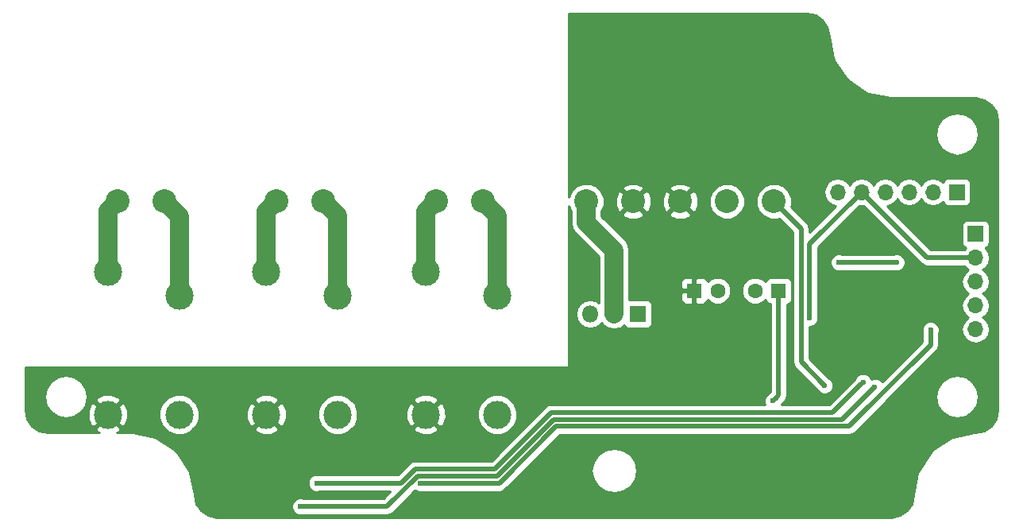
<source format=gbl>
G04 #@! TF.FileFunction,Copper,L2,Bot,Signal*
%FSLAX46Y46*%
G04 Gerber Fmt 4.6, Leading zero omitted, Abs format (unit mm)*
G04 Created by KiCad (PCBNEW 4.0.7-e2-6376~58~ubuntu16.04.1) date Mon Nov  6 20:09:01 2017*
%MOMM*%
%LPD*%
G01*
G04 APERTURE LIST*
%ADD10C,0.100000*%
%ADD11R,1.600000X1.600000*%
%ADD12C,1.600000*%
%ADD13R,1.700000X1.700000*%
%ADD14O,1.700000X1.700000*%
%ADD15C,3.000000*%
%ADD16R,1.800000X1.800000*%
%ADD17O,1.800000X1.800000*%
%ADD18C,2.540000*%
%ADD19C,0.600000*%
%ADD20C,0.500000*%
%ADD21C,2.000000*%
%ADD22C,0.254000*%
G04 APERTURE END LIST*
D10*
D11*
X159500000Y-84000000D03*
D12*
X162000000Y-84000000D03*
D11*
X168500000Y-84000000D03*
D12*
X166000000Y-84000000D03*
D13*
X189500000Y-77960000D03*
D14*
X189500000Y-80500000D03*
X189500000Y-83040000D03*
X189500000Y-85580000D03*
X189500000Y-88120000D03*
D13*
X187500000Y-73500000D03*
D14*
X184960000Y-73500000D03*
X182420000Y-73500000D03*
X179880000Y-73500000D03*
X177340000Y-73500000D03*
X174800000Y-73500000D03*
D15*
X121500000Y-97200000D03*
X121500000Y-84500000D03*
X113900000Y-82000000D03*
X113900000Y-97200000D03*
X104600000Y-97200000D03*
X104600000Y-84500000D03*
X97000000Y-82000000D03*
X97000000Y-97200000D03*
X138500000Y-97200000D03*
X138500000Y-84500000D03*
X130900000Y-82000000D03*
X130900000Y-97200000D03*
D16*
X153500000Y-86500000D03*
D17*
X150960000Y-86500000D03*
X148420000Y-86500000D03*
D18*
X167999980Y-74500000D03*
X163001260Y-74500000D03*
X158000000Y-74500000D03*
X152998720Y-74500000D03*
X148000000Y-74500000D03*
X119998720Y-74500000D03*
X115000000Y-74500000D03*
X103000000Y-74500000D03*
X98001280Y-74500000D03*
X136998720Y-74500000D03*
X132000000Y-74500000D03*
D19*
X167900000Y-95749990D03*
X181100000Y-81000000D03*
X174900000Y-81000000D03*
X171800000Y-86900000D03*
X158000000Y-95750000D03*
X119250000Y-104500000D03*
X177500000Y-93750000D03*
X117500000Y-107000000D03*
X178750000Y-94250000D03*
X130280333Y-104530343D03*
X184700000Y-88200000D03*
X173400000Y-94100000D03*
D20*
X168500000Y-84000000D02*
X168500000Y-95149990D01*
X168199999Y-95449991D02*
X167900000Y-95749990D01*
X168500000Y-95149990D02*
X168199999Y-95449991D01*
X174900000Y-81000000D02*
X181100000Y-81000000D01*
X177340000Y-73500000D02*
X184000000Y-80160000D01*
X189500000Y-80500000D02*
X184340000Y-80500000D01*
X184340000Y-80500000D02*
X184000000Y-80160000D01*
X177340000Y-73500000D02*
X171800000Y-79040000D01*
X171800000Y-79040000D02*
X171800000Y-86900000D01*
X159500000Y-84000000D02*
X159500000Y-94250000D01*
X159500000Y-94250000D02*
X158000000Y-95750000D01*
D21*
X121500000Y-84500000D02*
X121500000Y-76001280D01*
X121500000Y-76001280D02*
X119998720Y-74500000D01*
X113900000Y-82000000D02*
X113900000Y-75600000D01*
X113900000Y-75600000D02*
X115000000Y-74500000D01*
X104600000Y-84500000D02*
X104600000Y-76100000D01*
X104600000Y-76100000D02*
X103000000Y-74500000D01*
X97000000Y-82000000D02*
X97000000Y-75501280D01*
X97000000Y-75501280D02*
X98001280Y-74500000D01*
X138500000Y-84500000D02*
X138500000Y-76001280D01*
X138500000Y-76001280D02*
X136998720Y-74500000D01*
X130900000Y-82000000D02*
X130900000Y-75600000D01*
X130900000Y-75600000D02*
X132000000Y-74500000D01*
X148000000Y-76750000D02*
X148000000Y-74500000D01*
X150960000Y-79710000D02*
X148000000Y-76750000D01*
X150960000Y-86500000D02*
X150960000Y-79710000D01*
D20*
X129750000Y-103000000D02*
X128250000Y-104500000D01*
X128250000Y-104500000D02*
X119250000Y-104500000D01*
X138250000Y-103000000D02*
X129750000Y-103000000D01*
X144250000Y-97000000D02*
X138250000Y-103000000D01*
X174250000Y-97000000D02*
X144250000Y-97000000D01*
X177200001Y-94049999D02*
X174250000Y-97000000D01*
X177500000Y-93750000D02*
X177200001Y-94049999D01*
X130000000Y-103750000D02*
X126750000Y-107000000D01*
X126750000Y-107000000D02*
X117500000Y-107000000D01*
X138500000Y-103750000D02*
X130000000Y-103750000D01*
X144500000Y-97750000D02*
X138500000Y-103750000D01*
X175250000Y-97750000D02*
X144500000Y-97750000D01*
X178750000Y-94250000D02*
X175250000Y-97750000D01*
X144799989Y-98450011D02*
X138719657Y-104530343D01*
X176039954Y-98450011D02*
X144799989Y-98450011D01*
X184700000Y-88200000D02*
X184700000Y-89789965D01*
X130704597Y-104530343D02*
X130280333Y-104530343D01*
X184700000Y-89789965D02*
X176039954Y-98450011D01*
X138719657Y-104530343D02*
X130704597Y-104530343D01*
X170900000Y-91600000D02*
X173400000Y-94100000D01*
X170900000Y-77400020D02*
X170900000Y-91600000D01*
X167999980Y-74500000D02*
X170900000Y-77400020D01*
D22*
G36*
X172421877Y-54687217D02*
X173168563Y-55186137D01*
X173667483Y-55932825D01*
X173869262Y-56947237D01*
X174325985Y-59243338D01*
X174368352Y-59345619D01*
X174428266Y-59490267D01*
X175728903Y-61436807D01*
X175823398Y-61531302D01*
X175917893Y-61625798D01*
X177864434Y-62926434D01*
X178039039Y-62998757D01*
X178111362Y-63028715D01*
X180407463Y-63485438D01*
X180474930Y-63485438D01*
X180541100Y-63498600D01*
X189473633Y-63498600D01*
X190421877Y-63687217D01*
X191168563Y-64186137D01*
X191667483Y-64932825D01*
X191856100Y-65881067D01*
X191856100Y-96746133D01*
X191667483Y-97694375D01*
X191168563Y-98441063D01*
X190421877Y-98939983D01*
X189407463Y-99141762D01*
X187111362Y-99598485D01*
X187039039Y-99628443D01*
X186864434Y-99700766D01*
X184917893Y-101001402D01*
X184823398Y-101095898D01*
X184728903Y-101190393D01*
X183428266Y-103136933D01*
X183368352Y-103281581D01*
X183325985Y-103383862D01*
X182869262Y-105679963D01*
X182667483Y-106694375D01*
X182168563Y-107441063D01*
X181421877Y-107939983D01*
X180473633Y-108128600D01*
X108608567Y-108128600D01*
X107660325Y-107939983D01*
X106913637Y-107441063D01*
X106742653Y-107185167D01*
X116564838Y-107185167D01*
X116706883Y-107528943D01*
X116969673Y-107792192D01*
X117313201Y-107934838D01*
X117685167Y-107935162D01*
X117806569Y-107885000D01*
X126749995Y-107885000D01*
X126750000Y-107885001D01*
X127032484Y-107828810D01*
X127088675Y-107817633D01*
X127375790Y-107625790D01*
X129714556Y-105287023D01*
X129750006Y-105322535D01*
X130093534Y-105465181D01*
X130465500Y-105465505D01*
X130586902Y-105415343D01*
X138719652Y-105415343D01*
X138719657Y-105415344D01*
X139002141Y-105359153D01*
X139058332Y-105347976D01*
X139345447Y-105156133D01*
X141341579Y-103160000D01*
X148528275Y-103160000D01*
X148709822Y-104072700D01*
X149226825Y-104846450D01*
X150000575Y-105363453D01*
X150913275Y-105545000D01*
X151006725Y-105545000D01*
X151919425Y-105363453D01*
X152693175Y-104846450D01*
X153210178Y-104072700D01*
X153391725Y-103160000D01*
X153210178Y-102247300D01*
X152693175Y-101473550D01*
X151919425Y-100956547D01*
X151006725Y-100775000D01*
X150913275Y-100775000D01*
X150000575Y-100956547D01*
X149226825Y-101473550D01*
X148709822Y-102247300D01*
X148528275Y-103160000D01*
X141341579Y-103160000D01*
X145166568Y-99335011D01*
X176039949Y-99335011D01*
X176039954Y-99335012D01*
X176322438Y-99278821D01*
X176378629Y-99267644D01*
X176665744Y-99075801D01*
X176665745Y-99075800D01*
X180427944Y-95313600D01*
X185256100Y-95313600D01*
X185430035Y-96188032D01*
X185925361Y-96929339D01*
X186666668Y-97424665D01*
X187541100Y-97598600D01*
X188415532Y-97424665D01*
X189156839Y-96929339D01*
X189652165Y-96188032D01*
X189826100Y-95313600D01*
X189652165Y-94439168D01*
X189156839Y-93697861D01*
X188415532Y-93202535D01*
X187541100Y-93028600D01*
X186666668Y-93202535D01*
X185925361Y-93697861D01*
X185430035Y-94439168D01*
X185256100Y-95313600D01*
X180427944Y-95313600D01*
X185325787Y-90415757D01*
X185325790Y-90415755D01*
X185517633Y-90128640D01*
X185517634Y-90128639D01*
X185585001Y-89789965D01*
X185585000Y-89789960D01*
X185585000Y-88506822D01*
X185634838Y-88386799D01*
X185635162Y-88014833D01*
X185493117Y-87671057D01*
X185230327Y-87407808D01*
X184886799Y-87265162D01*
X184514833Y-87264838D01*
X184171057Y-87406883D01*
X183907808Y-87669673D01*
X183765162Y-88013201D01*
X183764838Y-88385167D01*
X183815000Y-88506569D01*
X183815000Y-89423386D01*
X179530234Y-93708151D01*
X179280327Y-93457808D01*
X178936799Y-93315162D01*
X178564833Y-93314838D01*
X178365840Y-93397060D01*
X178293117Y-93221057D01*
X178030327Y-92957808D01*
X177686799Y-92815162D01*
X177314833Y-92814838D01*
X176971057Y-92956883D01*
X176707808Y-93219673D01*
X176657434Y-93340986D01*
X176574211Y-93424209D01*
X176574209Y-93424212D01*
X173883420Y-96115000D01*
X168786569Y-96115000D01*
X168825786Y-96075783D01*
X168825789Y-96075781D01*
X169125787Y-95775782D01*
X169125790Y-95775780D01*
X169317633Y-95488665D01*
X169385000Y-95149990D01*
X169385000Y-85431446D01*
X169535317Y-85403162D01*
X169751441Y-85264090D01*
X169896431Y-85051890D01*
X169947440Y-84800000D01*
X169947440Y-83200000D01*
X169903162Y-82964683D01*
X169764090Y-82748559D01*
X169551890Y-82603569D01*
X169300000Y-82552560D01*
X167700000Y-82552560D01*
X167464683Y-82596838D01*
X167248559Y-82735910D01*
X167103569Y-82948110D01*
X167082320Y-83053041D01*
X166813923Y-82784176D01*
X166286691Y-82565250D01*
X165715813Y-82564752D01*
X165188200Y-82782757D01*
X164784176Y-83186077D01*
X164565250Y-83713309D01*
X164564752Y-84284187D01*
X164782757Y-84811800D01*
X165186077Y-85215824D01*
X165713309Y-85434750D01*
X166284187Y-85435248D01*
X166811800Y-85217243D01*
X167080583Y-84948928D01*
X167096838Y-85035317D01*
X167235910Y-85251441D01*
X167448110Y-85396431D01*
X167615000Y-85430227D01*
X167615000Y-94783410D01*
X167574209Y-94824201D01*
X167574207Y-94824204D01*
X167491165Y-94907245D01*
X167371057Y-94956873D01*
X167107808Y-95219663D01*
X166965162Y-95563191D01*
X166964838Y-95935157D01*
X167039147Y-96115000D01*
X144250000Y-96115000D01*
X143911325Y-96182367D01*
X143624210Y-96374210D01*
X143624208Y-96374213D01*
X137883420Y-102115000D01*
X129750000Y-102115000D01*
X129411325Y-102182367D01*
X129124210Y-102374210D01*
X129124208Y-102374213D01*
X127883420Y-103615000D01*
X119556822Y-103615000D01*
X119436799Y-103565162D01*
X119064833Y-103564838D01*
X118721057Y-103706883D01*
X118457808Y-103969673D01*
X118315162Y-104313201D01*
X118314838Y-104685167D01*
X118456883Y-105028943D01*
X118719673Y-105292192D01*
X119063201Y-105434838D01*
X119435167Y-105435162D01*
X119556569Y-105385000D01*
X127113420Y-105385000D01*
X126383420Y-106115000D01*
X117806822Y-106115000D01*
X117686799Y-106065162D01*
X117314833Y-106064838D01*
X116971057Y-106206883D01*
X116707808Y-106469673D01*
X116565162Y-106813201D01*
X116564838Y-107185167D01*
X106742653Y-107185167D01*
X106414717Y-106694377D01*
X106212938Y-105679963D01*
X105756215Y-103383862D01*
X105726257Y-103311539D01*
X105653934Y-103136934D01*
X104353298Y-101190393D01*
X104258802Y-101095898D01*
X104164307Y-101001403D01*
X102217767Y-99700766D01*
X102073119Y-99640852D01*
X101970838Y-99598485D01*
X99674737Y-99141762D01*
X99607270Y-99141762D01*
X99541100Y-99128600D01*
X97943153Y-99128600D01*
X98174582Y-99032739D01*
X98334365Y-98713970D01*
X97000000Y-97379605D01*
X95665635Y-98713970D01*
X95825418Y-99032739D01*
X96069959Y-99128600D01*
X90608567Y-99128600D01*
X89660325Y-98939983D01*
X88913637Y-98441063D01*
X88414717Y-97694377D01*
X88226100Y-96746133D01*
X88226100Y-95313600D01*
X90256100Y-95313600D01*
X90430035Y-96188032D01*
X90925361Y-96929339D01*
X91666668Y-97424665D01*
X92541100Y-97598600D01*
X93415532Y-97424665D01*
X94156839Y-96929339D01*
X94232444Y-96816187D01*
X94857277Y-96816187D01*
X94873503Y-97665387D01*
X95167261Y-98374582D01*
X95486030Y-98534365D01*
X96820395Y-97200000D01*
X97179605Y-97200000D01*
X98513970Y-98534365D01*
X98832739Y-98374582D01*
X99127434Y-97622815D01*
X102464630Y-97622815D01*
X102788980Y-98407800D01*
X103389041Y-99008909D01*
X104173459Y-99334628D01*
X105022815Y-99335370D01*
X105807800Y-99011020D01*
X106105368Y-98713970D01*
X112565635Y-98713970D01*
X112725418Y-99032739D01*
X113516187Y-99342723D01*
X114365387Y-99326497D01*
X115074582Y-99032739D01*
X115234365Y-98713970D01*
X113900000Y-97379605D01*
X112565635Y-98713970D01*
X106105368Y-98713970D01*
X106408909Y-98410959D01*
X106734628Y-97626541D01*
X106735335Y-96816187D01*
X111757277Y-96816187D01*
X111773503Y-97665387D01*
X112067261Y-98374582D01*
X112386030Y-98534365D01*
X113720395Y-97200000D01*
X114079605Y-97200000D01*
X115413970Y-98534365D01*
X115732739Y-98374582D01*
X116027434Y-97622815D01*
X119364630Y-97622815D01*
X119688980Y-98407800D01*
X120289041Y-99008909D01*
X121073459Y-99334628D01*
X121922815Y-99335370D01*
X122707800Y-99011020D01*
X123005368Y-98713970D01*
X129565635Y-98713970D01*
X129725418Y-99032739D01*
X130516187Y-99342723D01*
X131365387Y-99326497D01*
X132074582Y-99032739D01*
X132234365Y-98713970D01*
X130900000Y-97379605D01*
X129565635Y-98713970D01*
X123005368Y-98713970D01*
X123308909Y-98410959D01*
X123634628Y-97626541D01*
X123635335Y-96816187D01*
X128757277Y-96816187D01*
X128773503Y-97665387D01*
X129067261Y-98374582D01*
X129386030Y-98534365D01*
X130720395Y-97200000D01*
X131079605Y-97200000D01*
X132413970Y-98534365D01*
X132732739Y-98374582D01*
X133027434Y-97622815D01*
X136364630Y-97622815D01*
X136688980Y-98407800D01*
X137289041Y-99008909D01*
X138073459Y-99334628D01*
X138922815Y-99335370D01*
X139707800Y-99011020D01*
X140308909Y-98410959D01*
X140634628Y-97626541D01*
X140635370Y-96777185D01*
X140311020Y-95992200D01*
X139710959Y-95391091D01*
X138926541Y-95065372D01*
X138077185Y-95064630D01*
X137292200Y-95388980D01*
X136691091Y-95989041D01*
X136365372Y-96773459D01*
X136364630Y-97622815D01*
X133027434Y-97622815D01*
X133042723Y-97583813D01*
X133026497Y-96734613D01*
X132732739Y-96025418D01*
X132413970Y-95865635D01*
X131079605Y-97200000D01*
X130720395Y-97200000D01*
X129386030Y-95865635D01*
X129067261Y-96025418D01*
X128757277Y-96816187D01*
X123635335Y-96816187D01*
X123635370Y-96777185D01*
X123311020Y-95992200D01*
X123005384Y-95686030D01*
X129565635Y-95686030D01*
X130900000Y-97020395D01*
X132234365Y-95686030D01*
X132074582Y-95367261D01*
X131283813Y-95057277D01*
X130434613Y-95073503D01*
X129725418Y-95367261D01*
X129565635Y-95686030D01*
X123005384Y-95686030D01*
X122710959Y-95391091D01*
X121926541Y-95065372D01*
X121077185Y-95064630D01*
X120292200Y-95388980D01*
X119691091Y-95989041D01*
X119365372Y-96773459D01*
X119364630Y-97622815D01*
X116027434Y-97622815D01*
X116042723Y-97583813D01*
X116026497Y-96734613D01*
X115732739Y-96025418D01*
X115413970Y-95865635D01*
X114079605Y-97200000D01*
X113720395Y-97200000D01*
X112386030Y-95865635D01*
X112067261Y-96025418D01*
X111757277Y-96816187D01*
X106735335Y-96816187D01*
X106735370Y-96777185D01*
X106411020Y-95992200D01*
X106105384Y-95686030D01*
X112565635Y-95686030D01*
X113900000Y-97020395D01*
X115234365Y-95686030D01*
X115074582Y-95367261D01*
X114283813Y-95057277D01*
X113434613Y-95073503D01*
X112725418Y-95367261D01*
X112565635Y-95686030D01*
X106105384Y-95686030D01*
X105810959Y-95391091D01*
X105026541Y-95065372D01*
X104177185Y-95064630D01*
X103392200Y-95388980D01*
X102791091Y-95989041D01*
X102465372Y-96773459D01*
X102464630Y-97622815D01*
X99127434Y-97622815D01*
X99142723Y-97583813D01*
X99126497Y-96734613D01*
X98832739Y-96025418D01*
X98513970Y-95865635D01*
X97179605Y-97200000D01*
X96820395Y-97200000D01*
X95486030Y-95865635D01*
X95167261Y-96025418D01*
X94857277Y-96816187D01*
X94232444Y-96816187D01*
X94652165Y-96188032D01*
X94752019Y-95686030D01*
X95665635Y-95686030D01*
X97000000Y-97020395D01*
X98334365Y-95686030D01*
X98174582Y-95367261D01*
X97383813Y-95057277D01*
X96534613Y-95073503D01*
X95825418Y-95367261D01*
X95665635Y-95686030D01*
X94752019Y-95686030D01*
X94826100Y-95313600D01*
X94652165Y-94439168D01*
X94156839Y-93697861D01*
X93415532Y-93202535D01*
X92541100Y-93028600D01*
X91666668Y-93202535D01*
X90925361Y-93697861D01*
X90430035Y-94439168D01*
X90256100Y-95313600D01*
X88226100Y-95313600D01*
X88226100Y-92127000D01*
X146000000Y-92127000D01*
X146049410Y-92116994D01*
X146091035Y-92088553D01*
X146118315Y-92046159D01*
X146127000Y-92000000D01*
X146127000Y-74955510D01*
X146365000Y-75531514D01*
X146365000Y-76749995D01*
X146364999Y-76750000D01*
X146489457Y-77375688D01*
X146843880Y-77906120D01*
X149325000Y-80387239D01*
X149325000Y-85273952D01*
X149037491Y-85081845D01*
X148450072Y-84965000D01*
X148389928Y-84965000D01*
X147802509Y-85081845D01*
X147304519Y-85414591D01*
X146971773Y-85912581D01*
X146854928Y-86500000D01*
X146971773Y-87087419D01*
X147304519Y-87585409D01*
X147802509Y-87918155D01*
X148389928Y-88035000D01*
X148450072Y-88035000D01*
X149037491Y-87918155D01*
X149535481Y-87585409D01*
X149646057Y-87419920D01*
X149803880Y-87656120D01*
X150334313Y-88010543D01*
X150960000Y-88135000D01*
X151585687Y-88010543D01*
X152042065Y-87705602D01*
X152135910Y-87851441D01*
X152348110Y-87996431D01*
X152600000Y-88047440D01*
X154400000Y-88047440D01*
X154635317Y-88003162D01*
X154851441Y-87864090D01*
X154996431Y-87651890D01*
X155047440Y-87400000D01*
X155047440Y-85600000D01*
X155003162Y-85364683D01*
X154864090Y-85148559D01*
X154651890Y-85003569D01*
X154400000Y-84952560D01*
X152600000Y-84952560D01*
X152595000Y-84953501D01*
X152595000Y-84285750D01*
X158065000Y-84285750D01*
X158065000Y-84926310D01*
X158161673Y-85159699D01*
X158340302Y-85338327D01*
X158573691Y-85435000D01*
X159214250Y-85435000D01*
X159373000Y-85276250D01*
X159373000Y-84127000D01*
X158223750Y-84127000D01*
X158065000Y-84285750D01*
X152595000Y-84285750D01*
X152595000Y-83073690D01*
X158065000Y-83073690D01*
X158065000Y-83714250D01*
X158223750Y-83873000D01*
X159373000Y-83873000D01*
X159373000Y-82723750D01*
X159627000Y-82723750D01*
X159627000Y-83873000D01*
X159647000Y-83873000D01*
X159647000Y-84127000D01*
X159627000Y-84127000D01*
X159627000Y-85276250D01*
X159785750Y-85435000D01*
X160426309Y-85435000D01*
X160659698Y-85338327D01*
X160838327Y-85159699D01*
X160923876Y-84953165D01*
X161186077Y-85215824D01*
X161713309Y-85434750D01*
X162284187Y-85435248D01*
X162811800Y-85217243D01*
X163215824Y-84813923D01*
X163434750Y-84286691D01*
X163435248Y-83715813D01*
X163217243Y-83188200D01*
X162813923Y-82784176D01*
X162286691Y-82565250D01*
X161715813Y-82564752D01*
X161188200Y-82782757D01*
X160923813Y-83046683D01*
X160838327Y-82840301D01*
X160659698Y-82661673D01*
X160426309Y-82565000D01*
X159785750Y-82565000D01*
X159627000Y-82723750D01*
X159373000Y-82723750D01*
X159214250Y-82565000D01*
X158573691Y-82565000D01*
X158340302Y-82661673D01*
X158161673Y-82840301D01*
X158065000Y-83073690D01*
X152595000Y-83073690D01*
X152595000Y-79710000D01*
X152470543Y-79084313D01*
X152470543Y-79084312D01*
X152287253Y-78810000D01*
X152116120Y-78553880D01*
X152116117Y-78553878D01*
X149635000Y-76072760D01*
X149635000Y-75847777D01*
X151830548Y-75847777D01*
X151962240Y-76142657D01*
X152669756Y-76414261D01*
X153427352Y-76394436D01*
X154035200Y-76142657D01*
X154166892Y-75847777D01*
X156831828Y-75847777D01*
X156963520Y-76142657D01*
X157671036Y-76414261D01*
X158428632Y-76394436D01*
X159036480Y-76142657D01*
X159168172Y-75847777D01*
X158000000Y-74679605D01*
X156831828Y-75847777D01*
X154166892Y-75847777D01*
X152998720Y-74679605D01*
X151830548Y-75847777D01*
X149635000Y-75847777D01*
X149635000Y-75530025D01*
X149904668Y-74880590D01*
X149905287Y-74171036D01*
X151084459Y-74171036D01*
X151104284Y-74928632D01*
X151356063Y-75536480D01*
X151650943Y-75668172D01*
X152819115Y-74500000D01*
X153178325Y-74500000D01*
X154346497Y-75668172D01*
X154641377Y-75536480D01*
X154912981Y-74828964D01*
X154895765Y-74171036D01*
X156085739Y-74171036D01*
X156105564Y-74928632D01*
X156357343Y-75536480D01*
X156652223Y-75668172D01*
X157820395Y-74500000D01*
X158179605Y-74500000D01*
X159347777Y-75668172D01*
X159642657Y-75536480D01*
X159895719Y-74877265D01*
X161095930Y-74877265D01*
X161385338Y-75577686D01*
X161920755Y-76114039D01*
X162620670Y-76404668D01*
X163378525Y-76405330D01*
X164078946Y-76115922D01*
X164615299Y-75580505D01*
X164905928Y-74880590D01*
X164905930Y-74877265D01*
X166094650Y-74877265D01*
X166384058Y-75577686D01*
X166919475Y-76114039D01*
X167619390Y-76404668D01*
X168377245Y-76405330D01*
X168572891Y-76324491D01*
X170015000Y-77766599D01*
X170015000Y-91599995D01*
X170014999Y-91600000D01*
X170071190Y-91882484D01*
X170082367Y-91938675D01*
X170274210Y-92225790D01*
X172557255Y-94508834D01*
X172606883Y-94628943D01*
X172869673Y-94892192D01*
X173213201Y-95034838D01*
X173585167Y-95035162D01*
X173928943Y-94893117D01*
X174192192Y-94630327D01*
X174334838Y-94286799D01*
X174335162Y-93914833D01*
X174193117Y-93571057D01*
X173930327Y-93307808D01*
X173809013Y-93257434D01*
X171785000Y-91233420D01*
X171785000Y-87834988D01*
X171985167Y-87835162D01*
X172328943Y-87693117D01*
X172592192Y-87430327D01*
X172734838Y-87086799D01*
X172735162Y-86714833D01*
X172685000Y-86593431D01*
X172685000Y-81185167D01*
X173964838Y-81185167D01*
X174106883Y-81528943D01*
X174369673Y-81792192D01*
X174713201Y-81934838D01*
X175085167Y-81935162D01*
X175206569Y-81885000D01*
X180793178Y-81885000D01*
X180913201Y-81934838D01*
X181285167Y-81935162D01*
X181628943Y-81793117D01*
X181892192Y-81530327D01*
X182034838Y-81186799D01*
X182035162Y-80814833D01*
X181893117Y-80471057D01*
X181630327Y-80207808D01*
X181286799Y-80065162D01*
X180914833Y-80064838D01*
X180793431Y-80115000D01*
X175206822Y-80115000D01*
X175086799Y-80065162D01*
X174714833Y-80064838D01*
X174371057Y-80206883D01*
X174107808Y-80469673D01*
X173965162Y-80813201D01*
X173964838Y-81185167D01*
X172685000Y-81185167D01*
X172685000Y-79406580D01*
X177121040Y-74970539D01*
X177340000Y-75014093D01*
X177558959Y-74970539D01*
X183374208Y-80785787D01*
X183374210Y-80785790D01*
X183714208Y-81125787D01*
X183714210Y-81125790D01*
X183805517Y-81186799D01*
X184001326Y-81317634D01*
X184340000Y-81385001D01*
X184340005Y-81385000D01*
X188310568Y-81385000D01*
X188420853Y-81550054D01*
X188750026Y-81770000D01*
X188420853Y-81989946D01*
X188098946Y-82471715D01*
X187985907Y-83040000D01*
X188098946Y-83608285D01*
X188420853Y-84090054D01*
X188750026Y-84310000D01*
X188420853Y-84529946D01*
X188098946Y-85011715D01*
X187985907Y-85580000D01*
X188098946Y-86148285D01*
X188420853Y-86630054D01*
X188750026Y-86850000D01*
X188420853Y-87069946D01*
X188098946Y-87551715D01*
X187985907Y-88120000D01*
X188098946Y-88688285D01*
X188420853Y-89170054D01*
X188902622Y-89491961D01*
X189470907Y-89605000D01*
X189529093Y-89605000D01*
X190097378Y-89491961D01*
X190579147Y-89170054D01*
X190901054Y-88688285D01*
X191014093Y-88120000D01*
X190901054Y-87551715D01*
X190579147Y-87069946D01*
X190249974Y-86850000D01*
X190579147Y-86630054D01*
X190901054Y-86148285D01*
X191014093Y-85580000D01*
X190901054Y-85011715D01*
X190579147Y-84529946D01*
X190249974Y-84310000D01*
X190579147Y-84090054D01*
X190901054Y-83608285D01*
X191014093Y-83040000D01*
X190901054Y-82471715D01*
X190579147Y-81989946D01*
X190249974Y-81770000D01*
X190579147Y-81550054D01*
X190901054Y-81068285D01*
X191014093Y-80500000D01*
X190901054Y-79931715D01*
X190579147Y-79449946D01*
X190537548Y-79422150D01*
X190585317Y-79413162D01*
X190801441Y-79274090D01*
X190946431Y-79061890D01*
X190997440Y-78810000D01*
X190997440Y-77110000D01*
X190953162Y-76874683D01*
X190814090Y-76658559D01*
X190601890Y-76513569D01*
X190350000Y-76462560D01*
X188650000Y-76462560D01*
X188414683Y-76506838D01*
X188198559Y-76645910D01*
X188053569Y-76858110D01*
X188002560Y-77110000D01*
X188002560Y-78810000D01*
X188046838Y-79045317D01*
X188185910Y-79261441D01*
X188398110Y-79406431D01*
X188465541Y-79420086D01*
X188420853Y-79449946D01*
X188310568Y-79615000D01*
X184706580Y-79615000D01*
X184625790Y-79534210D01*
X184625787Y-79534208D01*
X180068231Y-74976651D01*
X180448285Y-74901054D01*
X180930054Y-74579147D01*
X181150000Y-74249974D01*
X181369946Y-74579147D01*
X181851715Y-74901054D01*
X182420000Y-75014093D01*
X182988285Y-74901054D01*
X183470054Y-74579147D01*
X183690000Y-74249974D01*
X183909946Y-74579147D01*
X184391715Y-74901054D01*
X184960000Y-75014093D01*
X185528285Y-74901054D01*
X186010054Y-74579147D01*
X186037850Y-74537548D01*
X186046838Y-74585317D01*
X186185910Y-74801441D01*
X186398110Y-74946431D01*
X186650000Y-74997440D01*
X188350000Y-74997440D01*
X188585317Y-74953162D01*
X188801441Y-74814090D01*
X188946431Y-74601890D01*
X188997440Y-74350000D01*
X188997440Y-72650000D01*
X188953162Y-72414683D01*
X188814090Y-72198559D01*
X188601890Y-72053569D01*
X188350000Y-72002560D01*
X186650000Y-72002560D01*
X186414683Y-72046838D01*
X186198559Y-72185910D01*
X186053569Y-72398110D01*
X186039914Y-72465541D01*
X186010054Y-72420853D01*
X185528285Y-72098946D01*
X184960000Y-71985907D01*
X184391715Y-72098946D01*
X183909946Y-72420853D01*
X183690000Y-72750026D01*
X183470054Y-72420853D01*
X182988285Y-72098946D01*
X182420000Y-71985907D01*
X181851715Y-72098946D01*
X181369946Y-72420853D01*
X181150000Y-72750026D01*
X180930054Y-72420853D01*
X180448285Y-72098946D01*
X179880000Y-71985907D01*
X179311715Y-72098946D01*
X178829946Y-72420853D01*
X178610000Y-72750026D01*
X178390054Y-72420853D01*
X177908285Y-72098946D01*
X177340000Y-71985907D01*
X176771715Y-72098946D01*
X176289946Y-72420853D01*
X176070000Y-72750026D01*
X175850054Y-72420853D01*
X175368285Y-72098946D01*
X174800000Y-71985907D01*
X174231715Y-72098946D01*
X173749946Y-72420853D01*
X173428039Y-72902622D01*
X173315000Y-73470907D01*
X173315000Y-73529093D01*
X173428039Y-74097378D01*
X173749946Y-74579147D01*
X174231715Y-74901054D01*
X174611769Y-74976652D01*
X171785000Y-77803420D01*
X171785000Y-77400025D01*
X171785001Y-77400020D01*
X171717634Y-77061346D01*
X171581836Y-76858110D01*
X171525790Y-76774230D01*
X171525787Y-76774228D01*
X169824696Y-75073136D01*
X169904648Y-74880590D01*
X169905310Y-74122735D01*
X169615902Y-73422314D01*
X169080485Y-72885961D01*
X168380570Y-72595332D01*
X167622715Y-72594670D01*
X166922294Y-72884078D01*
X166385941Y-73419495D01*
X166095312Y-74119410D01*
X166094650Y-74877265D01*
X164905930Y-74877265D01*
X164906590Y-74122735D01*
X164617182Y-73422314D01*
X164081765Y-72885961D01*
X163381850Y-72595332D01*
X162623995Y-72594670D01*
X161923574Y-72884078D01*
X161387221Y-73419495D01*
X161096592Y-74119410D01*
X161095930Y-74877265D01*
X159895719Y-74877265D01*
X159914261Y-74828964D01*
X159894436Y-74071368D01*
X159642657Y-73463520D01*
X159347777Y-73331828D01*
X158179605Y-74500000D01*
X157820395Y-74500000D01*
X156652223Y-73331828D01*
X156357343Y-73463520D01*
X156085739Y-74171036D01*
X154895765Y-74171036D01*
X154893156Y-74071368D01*
X154641377Y-73463520D01*
X154346497Y-73331828D01*
X153178325Y-74500000D01*
X152819115Y-74500000D01*
X151650943Y-73331828D01*
X151356063Y-73463520D01*
X151084459Y-74171036D01*
X149905287Y-74171036D01*
X149905330Y-74122735D01*
X149615922Y-73422314D01*
X149346303Y-73152223D01*
X151830548Y-73152223D01*
X152998720Y-74320395D01*
X154166892Y-73152223D01*
X156831828Y-73152223D01*
X158000000Y-74320395D01*
X159168172Y-73152223D01*
X159036480Y-72857343D01*
X158328964Y-72585739D01*
X157571368Y-72605564D01*
X156963520Y-72857343D01*
X156831828Y-73152223D01*
X154166892Y-73152223D01*
X154035200Y-72857343D01*
X153327684Y-72585739D01*
X152570088Y-72605564D01*
X151962240Y-72857343D01*
X151830548Y-73152223D01*
X149346303Y-73152223D01*
X149080505Y-72885961D01*
X148380590Y-72595332D01*
X147622735Y-72594670D01*
X146922314Y-72884078D01*
X146385961Y-73419495D01*
X146127000Y-74043145D01*
X146127000Y-67313600D01*
X185256100Y-67313600D01*
X185430035Y-68188032D01*
X185925361Y-68929339D01*
X186666668Y-69424665D01*
X187541100Y-69598600D01*
X188415532Y-69424665D01*
X189156839Y-68929339D01*
X189652165Y-68188032D01*
X189826100Y-67313600D01*
X189652165Y-66439168D01*
X189156839Y-65697861D01*
X188415532Y-65202535D01*
X187541100Y-65028600D01*
X186666668Y-65202535D01*
X185925361Y-65697861D01*
X185430035Y-66439168D01*
X185256100Y-67313600D01*
X146127000Y-67313600D01*
X146127000Y-54498600D01*
X171473633Y-54498600D01*
X172421877Y-54687217D01*
X172421877Y-54687217D01*
G37*
X172421877Y-54687217D02*
X173168563Y-55186137D01*
X173667483Y-55932825D01*
X173869262Y-56947237D01*
X174325985Y-59243338D01*
X174368352Y-59345619D01*
X174428266Y-59490267D01*
X175728903Y-61436807D01*
X175823398Y-61531302D01*
X175917893Y-61625798D01*
X177864434Y-62926434D01*
X178039039Y-62998757D01*
X178111362Y-63028715D01*
X180407463Y-63485438D01*
X180474930Y-63485438D01*
X180541100Y-63498600D01*
X189473633Y-63498600D01*
X190421877Y-63687217D01*
X191168563Y-64186137D01*
X191667483Y-64932825D01*
X191856100Y-65881067D01*
X191856100Y-96746133D01*
X191667483Y-97694375D01*
X191168563Y-98441063D01*
X190421877Y-98939983D01*
X189407463Y-99141762D01*
X187111362Y-99598485D01*
X187039039Y-99628443D01*
X186864434Y-99700766D01*
X184917893Y-101001402D01*
X184823398Y-101095898D01*
X184728903Y-101190393D01*
X183428266Y-103136933D01*
X183368352Y-103281581D01*
X183325985Y-103383862D01*
X182869262Y-105679963D01*
X182667483Y-106694375D01*
X182168563Y-107441063D01*
X181421877Y-107939983D01*
X180473633Y-108128600D01*
X108608567Y-108128600D01*
X107660325Y-107939983D01*
X106913637Y-107441063D01*
X106742653Y-107185167D01*
X116564838Y-107185167D01*
X116706883Y-107528943D01*
X116969673Y-107792192D01*
X117313201Y-107934838D01*
X117685167Y-107935162D01*
X117806569Y-107885000D01*
X126749995Y-107885000D01*
X126750000Y-107885001D01*
X127032484Y-107828810D01*
X127088675Y-107817633D01*
X127375790Y-107625790D01*
X129714556Y-105287023D01*
X129750006Y-105322535D01*
X130093534Y-105465181D01*
X130465500Y-105465505D01*
X130586902Y-105415343D01*
X138719652Y-105415343D01*
X138719657Y-105415344D01*
X139002141Y-105359153D01*
X139058332Y-105347976D01*
X139345447Y-105156133D01*
X141341579Y-103160000D01*
X148528275Y-103160000D01*
X148709822Y-104072700D01*
X149226825Y-104846450D01*
X150000575Y-105363453D01*
X150913275Y-105545000D01*
X151006725Y-105545000D01*
X151919425Y-105363453D01*
X152693175Y-104846450D01*
X153210178Y-104072700D01*
X153391725Y-103160000D01*
X153210178Y-102247300D01*
X152693175Y-101473550D01*
X151919425Y-100956547D01*
X151006725Y-100775000D01*
X150913275Y-100775000D01*
X150000575Y-100956547D01*
X149226825Y-101473550D01*
X148709822Y-102247300D01*
X148528275Y-103160000D01*
X141341579Y-103160000D01*
X145166568Y-99335011D01*
X176039949Y-99335011D01*
X176039954Y-99335012D01*
X176322438Y-99278821D01*
X176378629Y-99267644D01*
X176665744Y-99075801D01*
X176665745Y-99075800D01*
X180427944Y-95313600D01*
X185256100Y-95313600D01*
X185430035Y-96188032D01*
X185925361Y-96929339D01*
X186666668Y-97424665D01*
X187541100Y-97598600D01*
X188415532Y-97424665D01*
X189156839Y-96929339D01*
X189652165Y-96188032D01*
X189826100Y-95313600D01*
X189652165Y-94439168D01*
X189156839Y-93697861D01*
X188415532Y-93202535D01*
X187541100Y-93028600D01*
X186666668Y-93202535D01*
X185925361Y-93697861D01*
X185430035Y-94439168D01*
X185256100Y-95313600D01*
X180427944Y-95313600D01*
X185325787Y-90415757D01*
X185325790Y-90415755D01*
X185517633Y-90128640D01*
X185517634Y-90128639D01*
X185585001Y-89789965D01*
X185585000Y-89789960D01*
X185585000Y-88506822D01*
X185634838Y-88386799D01*
X185635162Y-88014833D01*
X185493117Y-87671057D01*
X185230327Y-87407808D01*
X184886799Y-87265162D01*
X184514833Y-87264838D01*
X184171057Y-87406883D01*
X183907808Y-87669673D01*
X183765162Y-88013201D01*
X183764838Y-88385167D01*
X183815000Y-88506569D01*
X183815000Y-89423386D01*
X179530234Y-93708151D01*
X179280327Y-93457808D01*
X178936799Y-93315162D01*
X178564833Y-93314838D01*
X178365840Y-93397060D01*
X178293117Y-93221057D01*
X178030327Y-92957808D01*
X177686799Y-92815162D01*
X177314833Y-92814838D01*
X176971057Y-92956883D01*
X176707808Y-93219673D01*
X176657434Y-93340986D01*
X176574211Y-93424209D01*
X176574209Y-93424212D01*
X173883420Y-96115000D01*
X168786569Y-96115000D01*
X168825786Y-96075783D01*
X168825789Y-96075781D01*
X169125787Y-95775782D01*
X169125790Y-95775780D01*
X169317633Y-95488665D01*
X169385000Y-95149990D01*
X169385000Y-85431446D01*
X169535317Y-85403162D01*
X169751441Y-85264090D01*
X169896431Y-85051890D01*
X169947440Y-84800000D01*
X169947440Y-83200000D01*
X169903162Y-82964683D01*
X169764090Y-82748559D01*
X169551890Y-82603569D01*
X169300000Y-82552560D01*
X167700000Y-82552560D01*
X167464683Y-82596838D01*
X167248559Y-82735910D01*
X167103569Y-82948110D01*
X167082320Y-83053041D01*
X166813923Y-82784176D01*
X166286691Y-82565250D01*
X165715813Y-82564752D01*
X165188200Y-82782757D01*
X164784176Y-83186077D01*
X164565250Y-83713309D01*
X164564752Y-84284187D01*
X164782757Y-84811800D01*
X165186077Y-85215824D01*
X165713309Y-85434750D01*
X166284187Y-85435248D01*
X166811800Y-85217243D01*
X167080583Y-84948928D01*
X167096838Y-85035317D01*
X167235910Y-85251441D01*
X167448110Y-85396431D01*
X167615000Y-85430227D01*
X167615000Y-94783410D01*
X167574209Y-94824201D01*
X167574207Y-94824204D01*
X167491165Y-94907245D01*
X167371057Y-94956873D01*
X167107808Y-95219663D01*
X166965162Y-95563191D01*
X166964838Y-95935157D01*
X167039147Y-96115000D01*
X144250000Y-96115000D01*
X143911325Y-96182367D01*
X143624210Y-96374210D01*
X143624208Y-96374213D01*
X137883420Y-102115000D01*
X129750000Y-102115000D01*
X129411325Y-102182367D01*
X129124210Y-102374210D01*
X129124208Y-102374213D01*
X127883420Y-103615000D01*
X119556822Y-103615000D01*
X119436799Y-103565162D01*
X119064833Y-103564838D01*
X118721057Y-103706883D01*
X118457808Y-103969673D01*
X118315162Y-104313201D01*
X118314838Y-104685167D01*
X118456883Y-105028943D01*
X118719673Y-105292192D01*
X119063201Y-105434838D01*
X119435167Y-105435162D01*
X119556569Y-105385000D01*
X127113420Y-105385000D01*
X126383420Y-106115000D01*
X117806822Y-106115000D01*
X117686799Y-106065162D01*
X117314833Y-106064838D01*
X116971057Y-106206883D01*
X116707808Y-106469673D01*
X116565162Y-106813201D01*
X116564838Y-107185167D01*
X106742653Y-107185167D01*
X106414717Y-106694377D01*
X106212938Y-105679963D01*
X105756215Y-103383862D01*
X105726257Y-103311539D01*
X105653934Y-103136934D01*
X104353298Y-101190393D01*
X104258802Y-101095898D01*
X104164307Y-101001403D01*
X102217767Y-99700766D01*
X102073119Y-99640852D01*
X101970838Y-99598485D01*
X99674737Y-99141762D01*
X99607270Y-99141762D01*
X99541100Y-99128600D01*
X97943153Y-99128600D01*
X98174582Y-99032739D01*
X98334365Y-98713970D01*
X97000000Y-97379605D01*
X95665635Y-98713970D01*
X95825418Y-99032739D01*
X96069959Y-99128600D01*
X90608567Y-99128600D01*
X89660325Y-98939983D01*
X88913637Y-98441063D01*
X88414717Y-97694377D01*
X88226100Y-96746133D01*
X88226100Y-95313600D01*
X90256100Y-95313600D01*
X90430035Y-96188032D01*
X90925361Y-96929339D01*
X91666668Y-97424665D01*
X92541100Y-97598600D01*
X93415532Y-97424665D01*
X94156839Y-96929339D01*
X94232444Y-96816187D01*
X94857277Y-96816187D01*
X94873503Y-97665387D01*
X95167261Y-98374582D01*
X95486030Y-98534365D01*
X96820395Y-97200000D01*
X97179605Y-97200000D01*
X98513970Y-98534365D01*
X98832739Y-98374582D01*
X99127434Y-97622815D01*
X102464630Y-97622815D01*
X102788980Y-98407800D01*
X103389041Y-99008909D01*
X104173459Y-99334628D01*
X105022815Y-99335370D01*
X105807800Y-99011020D01*
X106105368Y-98713970D01*
X112565635Y-98713970D01*
X112725418Y-99032739D01*
X113516187Y-99342723D01*
X114365387Y-99326497D01*
X115074582Y-99032739D01*
X115234365Y-98713970D01*
X113900000Y-97379605D01*
X112565635Y-98713970D01*
X106105368Y-98713970D01*
X106408909Y-98410959D01*
X106734628Y-97626541D01*
X106735335Y-96816187D01*
X111757277Y-96816187D01*
X111773503Y-97665387D01*
X112067261Y-98374582D01*
X112386030Y-98534365D01*
X113720395Y-97200000D01*
X114079605Y-97200000D01*
X115413970Y-98534365D01*
X115732739Y-98374582D01*
X116027434Y-97622815D01*
X119364630Y-97622815D01*
X119688980Y-98407800D01*
X120289041Y-99008909D01*
X121073459Y-99334628D01*
X121922815Y-99335370D01*
X122707800Y-99011020D01*
X123005368Y-98713970D01*
X129565635Y-98713970D01*
X129725418Y-99032739D01*
X130516187Y-99342723D01*
X131365387Y-99326497D01*
X132074582Y-99032739D01*
X132234365Y-98713970D01*
X130900000Y-97379605D01*
X129565635Y-98713970D01*
X123005368Y-98713970D01*
X123308909Y-98410959D01*
X123634628Y-97626541D01*
X123635335Y-96816187D01*
X128757277Y-96816187D01*
X128773503Y-97665387D01*
X129067261Y-98374582D01*
X129386030Y-98534365D01*
X130720395Y-97200000D01*
X131079605Y-97200000D01*
X132413970Y-98534365D01*
X132732739Y-98374582D01*
X133027434Y-97622815D01*
X136364630Y-97622815D01*
X136688980Y-98407800D01*
X137289041Y-99008909D01*
X138073459Y-99334628D01*
X138922815Y-99335370D01*
X139707800Y-99011020D01*
X140308909Y-98410959D01*
X140634628Y-97626541D01*
X140635370Y-96777185D01*
X140311020Y-95992200D01*
X139710959Y-95391091D01*
X138926541Y-95065372D01*
X138077185Y-95064630D01*
X137292200Y-95388980D01*
X136691091Y-95989041D01*
X136365372Y-96773459D01*
X136364630Y-97622815D01*
X133027434Y-97622815D01*
X133042723Y-97583813D01*
X133026497Y-96734613D01*
X132732739Y-96025418D01*
X132413970Y-95865635D01*
X131079605Y-97200000D01*
X130720395Y-97200000D01*
X129386030Y-95865635D01*
X129067261Y-96025418D01*
X128757277Y-96816187D01*
X123635335Y-96816187D01*
X123635370Y-96777185D01*
X123311020Y-95992200D01*
X123005384Y-95686030D01*
X129565635Y-95686030D01*
X130900000Y-97020395D01*
X132234365Y-95686030D01*
X132074582Y-95367261D01*
X131283813Y-95057277D01*
X130434613Y-95073503D01*
X129725418Y-95367261D01*
X129565635Y-95686030D01*
X123005384Y-95686030D01*
X122710959Y-95391091D01*
X121926541Y-95065372D01*
X121077185Y-95064630D01*
X120292200Y-95388980D01*
X119691091Y-95989041D01*
X119365372Y-96773459D01*
X119364630Y-97622815D01*
X116027434Y-97622815D01*
X116042723Y-97583813D01*
X116026497Y-96734613D01*
X115732739Y-96025418D01*
X115413970Y-95865635D01*
X114079605Y-97200000D01*
X113720395Y-97200000D01*
X112386030Y-95865635D01*
X112067261Y-96025418D01*
X111757277Y-96816187D01*
X106735335Y-96816187D01*
X106735370Y-96777185D01*
X106411020Y-95992200D01*
X106105384Y-95686030D01*
X112565635Y-95686030D01*
X113900000Y-97020395D01*
X115234365Y-95686030D01*
X115074582Y-95367261D01*
X114283813Y-95057277D01*
X113434613Y-95073503D01*
X112725418Y-95367261D01*
X112565635Y-95686030D01*
X106105384Y-95686030D01*
X105810959Y-95391091D01*
X105026541Y-95065372D01*
X104177185Y-95064630D01*
X103392200Y-95388980D01*
X102791091Y-95989041D01*
X102465372Y-96773459D01*
X102464630Y-97622815D01*
X99127434Y-97622815D01*
X99142723Y-97583813D01*
X99126497Y-96734613D01*
X98832739Y-96025418D01*
X98513970Y-95865635D01*
X97179605Y-97200000D01*
X96820395Y-97200000D01*
X95486030Y-95865635D01*
X95167261Y-96025418D01*
X94857277Y-96816187D01*
X94232444Y-96816187D01*
X94652165Y-96188032D01*
X94752019Y-95686030D01*
X95665635Y-95686030D01*
X97000000Y-97020395D01*
X98334365Y-95686030D01*
X98174582Y-95367261D01*
X97383813Y-95057277D01*
X96534613Y-95073503D01*
X95825418Y-95367261D01*
X95665635Y-95686030D01*
X94752019Y-95686030D01*
X94826100Y-95313600D01*
X94652165Y-94439168D01*
X94156839Y-93697861D01*
X93415532Y-93202535D01*
X92541100Y-93028600D01*
X91666668Y-93202535D01*
X90925361Y-93697861D01*
X90430035Y-94439168D01*
X90256100Y-95313600D01*
X88226100Y-95313600D01*
X88226100Y-92127000D01*
X146000000Y-92127000D01*
X146049410Y-92116994D01*
X146091035Y-92088553D01*
X146118315Y-92046159D01*
X146127000Y-92000000D01*
X146127000Y-74955510D01*
X146365000Y-75531514D01*
X146365000Y-76749995D01*
X146364999Y-76750000D01*
X146489457Y-77375688D01*
X146843880Y-77906120D01*
X149325000Y-80387239D01*
X149325000Y-85273952D01*
X149037491Y-85081845D01*
X148450072Y-84965000D01*
X148389928Y-84965000D01*
X147802509Y-85081845D01*
X147304519Y-85414591D01*
X146971773Y-85912581D01*
X146854928Y-86500000D01*
X146971773Y-87087419D01*
X147304519Y-87585409D01*
X147802509Y-87918155D01*
X148389928Y-88035000D01*
X148450072Y-88035000D01*
X149037491Y-87918155D01*
X149535481Y-87585409D01*
X149646057Y-87419920D01*
X149803880Y-87656120D01*
X150334313Y-88010543D01*
X150960000Y-88135000D01*
X151585687Y-88010543D01*
X152042065Y-87705602D01*
X152135910Y-87851441D01*
X152348110Y-87996431D01*
X152600000Y-88047440D01*
X154400000Y-88047440D01*
X154635317Y-88003162D01*
X154851441Y-87864090D01*
X154996431Y-87651890D01*
X155047440Y-87400000D01*
X155047440Y-85600000D01*
X155003162Y-85364683D01*
X154864090Y-85148559D01*
X154651890Y-85003569D01*
X154400000Y-84952560D01*
X152600000Y-84952560D01*
X152595000Y-84953501D01*
X152595000Y-84285750D01*
X158065000Y-84285750D01*
X158065000Y-84926310D01*
X158161673Y-85159699D01*
X158340302Y-85338327D01*
X158573691Y-85435000D01*
X159214250Y-85435000D01*
X159373000Y-85276250D01*
X159373000Y-84127000D01*
X158223750Y-84127000D01*
X158065000Y-84285750D01*
X152595000Y-84285750D01*
X152595000Y-83073690D01*
X158065000Y-83073690D01*
X158065000Y-83714250D01*
X158223750Y-83873000D01*
X159373000Y-83873000D01*
X159373000Y-82723750D01*
X159627000Y-82723750D01*
X159627000Y-83873000D01*
X159647000Y-83873000D01*
X159647000Y-84127000D01*
X159627000Y-84127000D01*
X159627000Y-85276250D01*
X159785750Y-85435000D01*
X160426309Y-85435000D01*
X160659698Y-85338327D01*
X160838327Y-85159699D01*
X160923876Y-84953165D01*
X161186077Y-85215824D01*
X161713309Y-85434750D01*
X162284187Y-85435248D01*
X162811800Y-85217243D01*
X163215824Y-84813923D01*
X163434750Y-84286691D01*
X163435248Y-83715813D01*
X163217243Y-83188200D01*
X162813923Y-82784176D01*
X162286691Y-82565250D01*
X161715813Y-82564752D01*
X161188200Y-82782757D01*
X160923813Y-83046683D01*
X160838327Y-82840301D01*
X160659698Y-82661673D01*
X160426309Y-82565000D01*
X159785750Y-82565000D01*
X159627000Y-82723750D01*
X159373000Y-82723750D01*
X159214250Y-82565000D01*
X158573691Y-82565000D01*
X158340302Y-82661673D01*
X158161673Y-82840301D01*
X158065000Y-83073690D01*
X152595000Y-83073690D01*
X152595000Y-79710000D01*
X152470543Y-79084313D01*
X152470543Y-79084312D01*
X152287253Y-78810000D01*
X152116120Y-78553880D01*
X152116117Y-78553878D01*
X149635000Y-76072760D01*
X149635000Y-75847777D01*
X151830548Y-75847777D01*
X151962240Y-76142657D01*
X152669756Y-76414261D01*
X153427352Y-76394436D01*
X154035200Y-76142657D01*
X154166892Y-75847777D01*
X156831828Y-75847777D01*
X156963520Y-76142657D01*
X157671036Y-76414261D01*
X158428632Y-76394436D01*
X159036480Y-76142657D01*
X159168172Y-75847777D01*
X158000000Y-74679605D01*
X156831828Y-75847777D01*
X154166892Y-75847777D01*
X152998720Y-74679605D01*
X151830548Y-75847777D01*
X149635000Y-75847777D01*
X149635000Y-75530025D01*
X149904668Y-74880590D01*
X149905287Y-74171036D01*
X151084459Y-74171036D01*
X151104284Y-74928632D01*
X151356063Y-75536480D01*
X151650943Y-75668172D01*
X152819115Y-74500000D01*
X153178325Y-74500000D01*
X154346497Y-75668172D01*
X154641377Y-75536480D01*
X154912981Y-74828964D01*
X154895765Y-74171036D01*
X156085739Y-74171036D01*
X156105564Y-74928632D01*
X156357343Y-75536480D01*
X156652223Y-75668172D01*
X157820395Y-74500000D01*
X158179605Y-74500000D01*
X159347777Y-75668172D01*
X159642657Y-75536480D01*
X159895719Y-74877265D01*
X161095930Y-74877265D01*
X161385338Y-75577686D01*
X161920755Y-76114039D01*
X162620670Y-76404668D01*
X163378525Y-76405330D01*
X164078946Y-76115922D01*
X164615299Y-75580505D01*
X164905928Y-74880590D01*
X164905930Y-74877265D01*
X166094650Y-74877265D01*
X166384058Y-75577686D01*
X166919475Y-76114039D01*
X167619390Y-76404668D01*
X168377245Y-76405330D01*
X168572891Y-76324491D01*
X170015000Y-77766599D01*
X170015000Y-91599995D01*
X170014999Y-91600000D01*
X170071190Y-91882484D01*
X170082367Y-91938675D01*
X170274210Y-92225790D01*
X172557255Y-94508834D01*
X172606883Y-94628943D01*
X172869673Y-94892192D01*
X173213201Y-95034838D01*
X173585167Y-95035162D01*
X173928943Y-94893117D01*
X174192192Y-94630327D01*
X174334838Y-94286799D01*
X174335162Y-93914833D01*
X174193117Y-93571057D01*
X173930327Y-93307808D01*
X173809013Y-93257434D01*
X171785000Y-91233420D01*
X171785000Y-87834988D01*
X171985167Y-87835162D01*
X172328943Y-87693117D01*
X172592192Y-87430327D01*
X172734838Y-87086799D01*
X172735162Y-86714833D01*
X172685000Y-86593431D01*
X172685000Y-81185167D01*
X173964838Y-81185167D01*
X174106883Y-81528943D01*
X174369673Y-81792192D01*
X174713201Y-81934838D01*
X175085167Y-81935162D01*
X175206569Y-81885000D01*
X180793178Y-81885000D01*
X180913201Y-81934838D01*
X181285167Y-81935162D01*
X181628943Y-81793117D01*
X181892192Y-81530327D01*
X182034838Y-81186799D01*
X182035162Y-80814833D01*
X181893117Y-80471057D01*
X181630327Y-80207808D01*
X181286799Y-80065162D01*
X180914833Y-80064838D01*
X180793431Y-80115000D01*
X175206822Y-80115000D01*
X175086799Y-80065162D01*
X174714833Y-80064838D01*
X174371057Y-80206883D01*
X174107808Y-80469673D01*
X173965162Y-80813201D01*
X173964838Y-81185167D01*
X172685000Y-81185167D01*
X172685000Y-79406580D01*
X177121040Y-74970539D01*
X177340000Y-75014093D01*
X177558959Y-74970539D01*
X183374208Y-80785787D01*
X183374210Y-80785790D01*
X183714208Y-81125787D01*
X183714210Y-81125790D01*
X183805517Y-81186799D01*
X184001326Y-81317634D01*
X184340000Y-81385001D01*
X184340005Y-81385000D01*
X188310568Y-81385000D01*
X188420853Y-81550054D01*
X188750026Y-81770000D01*
X188420853Y-81989946D01*
X188098946Y-82471715D01*
X187985907Y-83040000D01*
X188098946Y-83608285D01*
X188420853Y-84090054D01*
X188750026Y-84310000D01*
X188420853Y-84529946D01*
X188098946Y-85011715D01*
X187985907Y-85580000D01*
X188098946Y-86148285D01*
X188420853Y-86630054D01*
X188750026Y-86850000D01*
X188420853Y-87069946D01*
X188098946Y-87551715D01*
X187985907Y-88120000D01*
X188098946Y-88688285D01*
X188420853Y-89170054D01*
X188902622Y-89491961D01*
X189470907Y-89605000D01*
X189529093Y-89605000D01*
X190097378Y-89491961D01*
X190579147Y-89170054D01*
X190901054Y-88688285D01*
X191014093Y-88120000D01*
X190901054Y-87551715D01*
X190579147Y-87069946D01*
X190249974Y-86850000D01*
X190579147Y-86630054D01*
X190901054Y-86148285D01*
X191014093Y-85580000D01*
X190901054Y-85011715D01*
X190579147Y-84529946D01*
X190249974Y-84310000D01*
X190579147Y-84090054D01*
X190901054Y-83608285D01*
X191014093Y-83040000D01*
X190901054Y-82471715D01*
X190579147Y-81989946D01*
X190249974Y-81770000D01*
X190579147Y-81550054D01*
X190901054Y-81068285D01*
X191014093Y-80500000D01*
X190901054Y-79931715D01*
X190579147Y-79449946D01*
X190537548Y-79422150D01*
X190585317Y-79413162D01*
X190801441Y-79274090D01*
X190946431Y-79061890D01*
X190997440Y-78810000D01*
X190997440Y-77110000D01*
X190953162Y-76874683D01*
X190814090Y-76658559D01*
X190601890Y-76513569D01*
X190350000Y-76462560D01*
X188650000Y-76462560D01*
X188414683Y-76506838D01*
X188198559Y-76645910D01*
X188053569Y-76858110D01*
X188002560Y-77110000D01*
X188002560Y-78810000D01*
X188046838Y-79045317D01*
X188185910Y-79261441D01*
X188398110Y-79406431D01*
X188465541Y-79420086D01*
X188420853Y-79449946D01*
X188310568Y-79615000D01*
X184706580Y-79615000D01*
X184625790Y-79534210D01*
X184625787Y-79534208D01*
X180068231Y-74976651D01*
X180448285Y-74901054D01*
X180930054Y-74579147D01*
X181150000Y-74249974D01*
X181369946Y-74579147D01*
X181851715Y-74901054D01*
X182420000Y-75014093D01*
X182988285Y-74901054D01*
X183470054Y-74579147D01*
X183690000Y-74249974D01*
X183909946Y-74579147D01*
X184391715Y-74901054D01*
X184960000Y-75014093D01*
X185528285Y-74901054D01*
X186010054Y-74579147D01*
X186037850Y-74537548D01*
X186046838Y-74585317D01*
X186185910Y-74801441D01*
X186398110Y-74946431D01*
X186650000Y-74997440D01*
X188350000Y-74997440D01*
X188585317Y-74953162D01*
X188801441Y-74814090D01*
X188946431Y-74601890D01*
X188997440Y-74350000D01*
X188997440Y-72650000D01*
X188953162Y-72414683D01*
X188814090Y-72198559D01*
X188601890Y-72053569D01*
X188350000Y-72002560D01*
X186650000Y-72002560D01*
X186414683Y-72046838D01*
X186198559Y-72185910D01*
X186053569Y-72398110D01*
X186039914Y-72465541D01*
X186010054Y-72420853D01*
X185528285Y-72098946D01*
X184960000Y-71985907D01*
X184391715Y-72098946D01*
X183909946Y-72420853D01*
X183690000Y-72750026D01*
X183470054Y-72420853D01*
X182988285Y-72098946D01*
X182420000Y-71985907D01*
X181851715Y-72098946D01*
X181369946Y-72420853D01*
X181150000Y-72750026D01*
X180930054Y-72420853D01*
X180448285Y-72098946D01*
X179880000Y-71985907D01*
X179311715Y-72098946D01*
X178829946Y-72420853D01*
X178610000Y-72750026D01*
X178390054Y-72420853D01*
X177908285Y-72098946D01*
X177340000Y-71985907D01*
X176771715Y-72098946D01*
X176289946Y-72420853D01*
X176070000Y-72750026D01*
X175850054Y-72420853D01*
X175368285Y-72098946D01*
X174800000Y-71985907D01*
X174231715Y-72098946D01*
X173749946Y-72420853D01*
X173428039Y-72902622D01*
X173315000Y-73470907D01*
X173315000Y-73529093D01*
X173428039Y-74097378D01*
X173749946Y-74579147D01*
X174231715Y-74901054D01*
X174611769Y-74976652D01*
X171785000Y-77803420D01*
X171785000Y-77400025D01*
X171785001Y-77400020D01*
X171717634Y-77061346D01*
X171581836Y-76858110D01*
X171525790Y-76774230D01*
X171525787Y-76774228D01*
X169824696Y-75073136D01*
X169904648Y-74880590D01*
X169905310Y-74122735D01*
X169615902Y-73422314D01*
X169080485Y-72885961D01*
X168380570Y-72595332D01*
X167622715Y-72594670D01*
X166922294Y-72884078D01*
X166385941Y-73419495D01*
X166095312Y-74119410D01*
X166094650Y-74877265D01*
X164905930Y-74877265D01*
X164906590Y-74122735D01*
X164617182Y-73422314D01*
X164081765Y-72885961D01*
X163381850Y-72595332D01*
X162623995Y-72594670D01*
X161923574Y-72884078D01*
X161387221Y-73419495D01*
X161096592Y-74119410D01*
X161095930Y-74877265D01*
X159895719Y-74877265D01*
X159914261Y-74828964D01*
X159894436Y-74071368D01*
X159642657Y-73463520D01*
X159347777Y-73331828D01*
X158179605Y-74500000D01*
X157820395Y-74500000D01*
X156652223Y-73331828D01*
X156357343Y-73463520D01*
X156085739Y-74171036D01*
X154895765Y-74171036D01*
X154893156Y-74071368D01*
X154641377Y-73463520D01*
X154346497Y-73331828D01*
X153178325Y-74500000D01*
X152819115Y-74500000D01*
X151650943Y-73331828D01*
X151356063Y-73463520D01*
X151084459Y-74171036D01*
X149905287Y-74171036D01*
X149905330Y-74122735D01*
X149615922Y-73422314D01*
X149346303Y-73152223D01*
X151830548Y-73152223D01*
X152998720Y-74320395D01*
X154166892Y-73152223D01*
X156831828Y-73152223D01*
X158000000Y-74320395D01*
X159168172Y-73152223D01*
X159036480Y-72857343D01*
X158328964Y-72585739D01*
X157571368Y-72605564D01*
X156963520Y-72857343D01*
X156831828Y-73152223D01*
X154166892Y-73152223D01*
X154035200Y-72857343D01*
X153327684Y-72585739D01*
X152570088Y-72605564D01*
X151962240Y-72857343D01*
X151830548Y-73152223D01*
X149346303Y-73152223D01*
X149080505Y-72885961D01*
X148380590Y-72595332D01*
X147622735Y-72594670D01*
X146922314Y-72884078D01*
X146385961Y-73419495D01*
X146127000Y-74043145D01*
X146127000Y-67313600D01*
X185256100Y-67313600D01*
X185430035Y-68188032D01*
X185925361Y-68929339D01*
X186666668Y-69424665D01*
X187541100Y-69598600D01*
X188415532Y-69424665D01*
X189156839Y-68929339D01*
X189652165Y-68188032D01*
X189826100Y-67313600D01*
X189652165Y-66439168D01*
X189156839Y-65697861D01*
X188415532Y-65202535D01*
X187541100Y-65028600D01*
X186666668Y-65202535D01*
X185925361Y-65697861D01*
X185430035Y-66439168D01*
X185256100Y-67313600D01*
X146127000Y-67313600D01*
X146127000Y-54498600D01*
X171473633Y-54498600D01*
X172421877Y-54687217D01*
M02*

</source>
